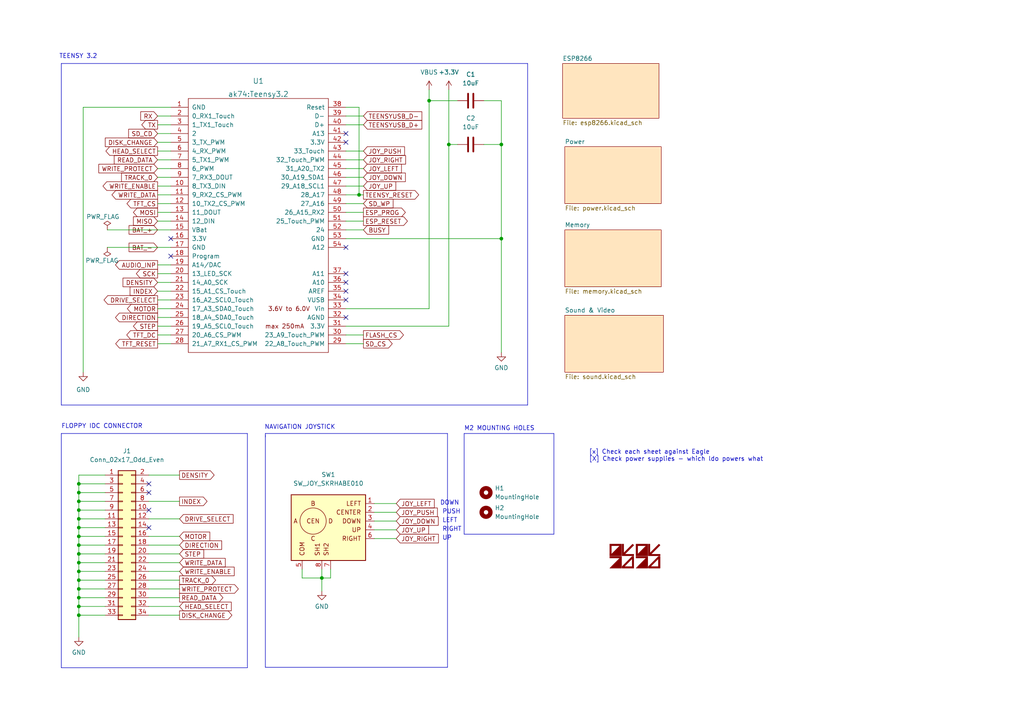
<source format=kicad_sch>
(kicad_sch (version 20230121) (generator eeschema)
  (paper "A4")
  (title_block (title "Top Sheet") (date "2023-02-08") (rev "0.19") (company "AK74"))
  (lib_symbols
    (symbol "Connector_Generic:Conn_02x17_Odd_Even" (pin_names (offset 1.016) hide)
      (property "Reference" "J" (at 1.27 22.86 0))
      (property "Value" "Conn_02x17_Odd_Even" (at 1.27 -22.86 0))
      (symbol "Conn_02x17_Odd_Even_1_1"
        (rectangle (start -1.27 -20.193) (end 0 -20.447) (stroke (width 0.1524)))
        (rectangle (start -1.27 -17.653) (end 0 -17.907) (stroke (width 0.1524)))
        (rectangle (start -1.27 -15.113) (end 0 -15.367) (stroke (width 0.1524)))
        (rectangle (start -1.27 -12.573) (end 0 -12.827) (stroke (width 0.1524)))
        (rectangle (start -1.27 -10.033) (end 0 -10.287) (stroke (width 0.1524)))
        (rectangle (start -1.27 -7.493) (end 0 -7.747) (stroke (width 0.1524)))
        (rectangle (start -1.27 -4.953) (end 0 -5.207) (stroke (width 0.1524)))
        (rectangle (start -1.27 -2.413) (end 0 -2.667) (stroke (width 0.1524)))
        (rectangle (start -1.27 0.127) (end 0 -0.127) (stroke (width 0.1524)))
        (rectangle (start -1.27 2.667) (end 0 2.413) (stroke (width 0.1524)))
        (rectangle (start -1.27 5.207) (end 0 4.953) (stroke (width 0.1524)))
        (rectangle (start -1.27 7.747) (end 0 7.493) (stroke (width 0.1524)))
        (rectangle (start -1.27 10.287) (end 0 10.033) (stroke (width 0.1524)))
        (rectangle (start -1.27 12.827) (end 0 12.573) (stroke (width 0.1524)))
        (rectangle (start -1.27 15.367) (end 0 15.113) (stroke (width 0.1524)))
        (rectangle (start -1.27 17.907) (end 0 17.653) (stroke (width 0.1524)))
        (rectangle (start -1.27 20.447) (end 0 20.193) (stroke (width 0.1524)))
        (rectangle (start -1.27 21.59) (end 3.81 -21.59) (stroke (width 0.254)) (fill (type background)))
        (rectangle (start 3.81 -20.193) (end 2.54 -20.447) (stroke (width 0.1524)))
        (rectangle (start 3.81 -17.653) (end 2.54 -17.907) (stroke (width 0.1524)))
        (rectangle (start 3.81 -15.113) (end 2.54 -15.367) (stroke (width 0.1524)))
        (rectangle (start 3.81 -12.573) (end 2.54 -12.827) (stroke (width 0.1524)))
        (rectangle (start 3.81 -10.033) (end 2.54 -10.287) (stroke (width 0.1524)))
        (rectangle (start 3.81 -7.493) (end 2.54 -7.747) (stroke (width 0.1524)))
        (rectangle (start 3.81 -4.953) (end 2.54 -5.207) (stroke (width 0.1524)))
        (rectangle (start 3.81 -2.413) (end 2.54 -2.667) (stroke (width 0.1524)))
        (rectangle (start 3.81 0.127) (end 2.54 -0.127) (stroke (width 0.1524)))
        (rectangle (start 3.81 2.667) (end 2.54 2.413) (stroke (width 0.1524)))
        (rectangle (start 3.81 5.207) (end 2.54 4.953) (stroke (width 0.1524)))
        (rectangle (start 3.81 7.747) (end 2.54 7.493) (stroke (width 0.1524)))
        (rectangle (start 3.81 10.287) (end 2.54 10.033) (stroke (width 0.1524)))
        (rectangle (start 3.81 12.827) (end 2.54 12.573) (stroke (width 0.1524)))
        (rectangle (start 3.81 15.367) (end 2.54 15.113) (stroke (width 0.1524)))
        (rectangle (start 3.81 17.907) (end 2.54 17.653) (stroke (width 0.1524)))
        (rectangle (start 3.81 20.447) (end 2.54 20.193) (stroke (width 0.1524)))
        (pin passive line (at -5.08 20.32 0) (length 3.81) (name "Pin_1") (number "1"))
        (pin passive line (at 7.62 10.16 180) (length 3.81) (name "Pin_10") (number "10"))
        (pin passive line (at -5.08 7.62 0) (length 3.81) (name "Pin_11") (number "11"))
        (pin passive line (at 7.62 7.62 180) (length 3.81) (name "Pin_12") (number "12"))
        (pin passive line (at -5.08 5.08 0) (length 3.81) (name "Pin_13") (number "13"))
        (pin passive line (at 7.62 5.08 180) (length 3.81) (name "Pin_14") (number "14"))
        (pin passive line (at -5.08 2.54 0) (length 3.81) (name "Pin_15") (number "15"))
        (pin passive line (at 7.62 2.54 180) (length 3.81) (name "Pin_16") (number "16"))
        (pin passive line (at -5.08 0 0) (length 3.81) (name "Pin_17") (number "17"))
        (pin passive line (at 7.62 0 180) (length 3.81) (name "Pin_18") (number "18"))
        (pin passive line (at -5.08 -2.54 0) (length 3.81) (name "Pin_19") (number "19"))
        (pin passive line (at 7.62 20.32 180) (length 3.81) (name "Pin_2") (number "2"))
        (pin passive line (at 7.62 -2.54 180) (length 3.81) (name "Pin_20") (number "20"))
        (pin passive line (at -5.08 -5.08 0) (length 3.81) (name "Pin_21") (number "21"))
        (pin passive line (at 7.62 -5.08 180) (length 3.81) (name "Pin_22") (number "22"))
        (pin passive line (at -5.08 -7.62 0) (length 3.81) (name "Pin_23") (number "23"))
        (pin passive line (at 7.62 -7.62 180) (length 3.81) (name "Pin_24") (number "24"))
        (pin passive line (at -5.08 -10.16 0) (length 3.81) (name "Pin_25") (number "25"))
        (pin passive line (at 7.62 -10.16 180) (length 3.81) (name "Pin_26") (number "26"))
        (pin passive line (at -5.08 -12.7 0) (length 3.81) (name "Pin_27") (number "27"))
        (pin passive line (at 7.62 -12.7 180) (length 3.81) (name "Pin_28") (number "28"))
        (pin passive line (at -5.08 -15.24 0) (length 3.81) (name "Pin_29") (number "29"))
        (pin passive line (at -5.08 17.78 0) (length 3.81) (name "Pin_3") (number "3"))
        (pin passive line (at 7.62 -15.24 180) (length 3.81) (name "Pin_30") (number "30"))
        (pin passive line (at -5.08 -17.78 0) (length 3.81) (name "Pin_31") (number "31"))
        (pin passive line (at 7.62 -17.78 180) (length 3.81) (name "Pin_32") (number "32"))
        (pin passive line (at -5.08 -20.32 0) (length 3.81) (name "Pin_33") (number "33"))
        (pin passive line (at 7.62 -20.32 180) (length 3.81) (name "Pin_34") (number "34"))
        (pin passive line (at 7.62 17.78 180) (length 3.81) (name "Pin_4") (number "4"))
        (pin passive line (at -5.08 15.24 0) (length 3.81) (name "Pin_5") (number "5"))
        (pin passive line (at 7.62 15.24 180) (length 3.81) (name "Pin_6") (number "6"))
        (pin passive line (at -5.08 12.7 0) (length 3.81) (name "Pin_7") (number "7"))
        (pin passive line (at 7.62 12.7 180) (length 3.81) (name "Pin_8") (number "8"))
        (pin passive line (at -5.08 10.16 0) (length 3.81) (name "Pin_9") (number "9"))
      )
    )
    (symbol "Device:C" (pin_numbers hide) (pin_names (offset 0.254))
      (property "Reference" "C" (at 0.635 2.54 0))
      (property "Value" "C" (at 0.635 -2.54 0))
      (symbol "C_0_1"
        (polyline (pts (xy -2.032 -0.762) (xy 2.032 -0.762)) (stroke (width 0.508)))
        (polyline (pts (xy -2.032 0.762) (xy 2.032 0.762)) (stroke (width 0.508)))
      )
      (symbol "C_1_1"
        (pin passive line (at 0 3.81 270) (length 2.794) (name "~") (number "1"))
        (pin passive line (at 0 -3.81 90) (length 2.794) (name "~") (number "2"))
      )
    )
    (symbol "Mechanical:MountingHole" (pin_names (offset 1.016))
      (property "Reference" "H" (at 0 5.08 0))
      (property "Value" "MountingHole" (at 0 3.175 0))
      (symbol "MountingHole_0_1"
        (circle (center 0 0) (radius 1.27) (stroke (width 1.27)))
      )
    )
    (symbol "ak74:AK74_LOGO" (pin_names (offset 1.016))
      (symbol "AK74_LOGO_0_0"
        (polyline (pts (xy 3.5006 0.5601) (xy 0.9104 0.5601) (xy 2.2055 1.8555) (xy 3.5007 3.1509) (xy 3.3258 3.3258) (xy 3.1509 3.5006) (xy 0.5601 0.9104) (xy 0.5601 3.5005) (xy 0.084 3.5005) (xy 0.084 0.056) (xy 3.5006 0.056) (xy 3.5006 0.5601)) (stroke (width 0.01)) (fill (type outline)))
        (polyline (pts (xy -0.056 -0.084) (xy -3.5005 -0.084) (xy -3.5005 -0.5601) (xy -0.5625 -0.5601) (xy -1.6891 -1.6873) (xy -1.7919 -1.7901) (xy -2.0119 -2.0106) (xy -2.2278 -2.227) (xy -2.4343 -2.4344) (xy -2.6265 -2.6277) (xy -2.7993 -2.8017) (xy -2.9476 -2.9514) (xy -3.0664 -3.0717) (xy -3.1507 -3.1575) (xy -3.4857 -3.5006) (xy -0.056 -3.5006) (xy -0.056 -0.084)) (stroke (width 0.01)) (fill (type outline)))
        (polyline (pts (xy -0.056 3.5005) (xy -3.5005 3.5005) (xy -3.5005 0.5765) (xy -2.9965 0.5765) (xy -2.9965 2.9965) (xy -1.7923 2.9965) (xy -1.6334 2.9964) (xy -1.3904 2.9961) (xy -1.1691 2.9955) (xy -0.9752 2.9946) (xy -0.8145 2.9935) (xy -0.6926 2.9923) (xy -0.6153 2.9909) (xy -0.5883 2.9895) (xy -0.5884 2.9893) (xy -0.6098 2.9668) (xy -0.6672 2.9083) (xy -0.7573 2.8172) (xy -0.8766 2.6971) (xy -1.0217 2.5512) (xy -1.1893 2.3831) (xy -1.3759 2.1962) (xy -1.5781 1.9938) (xy -1.7925 1.7795) (xy -2.9965 0.5765) (xy -3.5005 0.5765) (xy -3.5005 0.056) (xy -0.056 0.056) (xy -0.056 3.5005)) (stroke (width 0.01)) (fill (type outline)))
        (polyline (pts (xy 3.5006 -0.084) (xy 3.0103 -0.084) (xy 1.5471 -1.5473) (xy 0.0887 -3.006) (xy 0.7841 -3.006) (xy 0.793 -2.9948) (xy 0.8371 -2.9474) (xy 0.9148 -2.8666) (xy 1.0228 -2.7559) (xy 1.1573 -2.619) (xy 1.3149 -2.4595) (xy 1.4919 -2.2809) (xy 1.6849 -2.087) (xy 1.8903 -1.8813) (xy 2.9965 -0.7751) (xy 2.9965 -3.0245) (xy 1.8903 -3.0245) (xy 1.8153 -3.0244) (xy 1.5775 -3.0237) (xy 1.36 -3.0222) (xy 1.1686 -3.02) (xy 1.0093 -3.0171) (xy 0.8882 -3.0138) (xy 0.8111 -3.01) (xy 0.7841 -3.006) (xy 0.0887 -3.006) (xy 0.084 -3.0107) (xy 0.084 -3.5006) (xy 3.5006 -3.5006) (xy 3.5006 -0.084)) (stroke (width 0.01)) (fill (type outline)))
      )
    )
    (symbol "ak74:SW_JOY_SKRHABE010" (pin_names hide)
      (property "Reference" "SW1" (at -0.635 16.002 0))
      (property "Value" "SW_JOY_SKRHABE010" (at -0.635 13.462 0))
      (symbol "SW_JOY_SKRHABE010_0_0"
        (rectangle (start -11.43 10.16) (end 10.16 -8.89) (stroke (width 0.254)) (fill (type background)))
        (text "A" (at -10.16 2.54 0) (effects (font (size 1.27 1.27))))
        (text "B" (at -5.08 7.62 0) (effects (font (size 1.27 1.27))))
        (text "C" (at -5.08 -2.54 0) (effects (font (size 1.27 1.27))))
        (text "CEN" (at -5.08 2.54 0) (effects (font (size 1.27 1.27))))
        (text "CENTER" (at 8.89 5.08 0) (effects (font (size 1.27 1.27)) (justify right)))
        (text "COM" (at -8.255 -7.62 900) (effects (font (size 1.27 1.27)) (justify left)))
        (text "D" (at 0 2.54 0) (effects (font (size 1.27 1.27))))
        (text "DOWN" (at 8.89 2.54 0) (effects (font (size 1.27 1.27)) (justify right)))
        (text "LEFT" (at 8.89 7.62 0) (effects (font (size 1.27 1.27)) (justify right)))
        (text "RIGHT" (at 8.89 -2.54 0) (effects (font (size 1.27 1.27)) (justify right)))
        (text "SH1" (at -3.81 -7.62 900) (effects (font (size 1.27 1.27)) (justify left)))
        (text "SH2" (at -1.27 -7.62 900) (effects (font (size 1.27 1.27)) (justify left)))
        (text "UP" (at 8.89 0 0) (effects (font (size 1.27 1.27)) (justify right)))
      )
      (symbol "SW_JOY_SKRHABE010_0_1"
        (circle (center -5.08 2.54) (radius 3.81))
      )
      (symbol "SW_JOY_SKRHABE010_1_1"
        (pin passive line (at 12.7 7.62 180) (length 2.54) (name "A") (number "1"))
        (pin passive line (at 12.7 5.08 180) (length 2.54) (name "Center") (number "2"))
        (pin passive line (at 12.7 2.54 180) (length 2.54) (name "C") (number "3"))
        (pin passive line (at 12.7 0 180) (length 2.54) (name "B") (number "4"))
        (pin passive line (at -8.255 -11.43 90) (length 2.54) (name "COM") (number "5"))
        (pin passive line (at 12.7 -2.54 180) (length 2.54) (name "D") (number "6"))
        (pin passive line (at 0 -11.43 90) (length 2.54) (name "SH2") (number "7"))
        (pin passive line (at -2.54 -11.43 90) (length 2.54) (name "SH1") (number "8"))
      )
    )
    (symbol "ak74:Teensy3.2" (pin_names (offset 1.016))
      (property "Reference" "U1" (at 0 41.91 0))
      (property "Value" "Teensy3.2" (at 0 38.1 0))
      (symbol "Teensy3.2_0_0"
        (text "3.6V to 6.0V" (at 8.89 -24.13 0) (effects (font (size 1.27 1.27))))
        (text "max 250mA" (at 7.62 -29.21 0) (effects (font (size 1.27 1.27))))
      )
      (symbol "Teensy3.2_0_1"
        (rectangle (start -20.32 -36.83) (end 20.32 36.83))
      )
      (symbol "Teensy3.2_1_1"
        (pin power_in line (at -25.4 34.29 0) (length 5.08) (name "GND") (number "1"))
        (pin bidirectional line (at -25.4 11.43 0) (length 5.08) (name "8_TX3_DIN") (number "10"))
        (pin bidirectional line (at -25.4 8.89 0) (length 5.08) (name "9_RX2_CS_PWM") (number "11"))
        (pin bidirectional line (at -25.4 6.35 0) (length 5.08) (name "10_TX2_CS_PWM") (number "12"))
        (pin bidirectional line (at -25.4 3.81 0) (length 5.08) (name "11_DOUT") (number "13"))
        (pin bidirectional line (at -25.4 1.27 0) (length 5.08) (name "12_DIN") (number "14"))
        (pin power_in line (at -25.4 -1.27 0) (length 5.08) (name "VBat") (number "15"))
        (pin power_out line (at -25.4 -3.81 0) (length 5.08) (name "3.3V") (number "16"))
        (pin power_in line (at -25.4 -6.35 0) (length 5.08) (name "GND") (number "17"))
        (pin input line (at -25.4 -8.89 0) (length 5.08) (name "Program") (number "18"))
        (pin bidirectional line (at -25.4 -11.43 0) (length 5.08) (name "A14/DAC") (number "19"))
        (pin bidirectional line (at -25.4 31.75 0) (length 5.08) (name "0_RX1_Touch") (number "2"))
        (pin bidirectional line (at -25.4 -13.97 0) (length 5.08) (name "13_LED_SCK") (number "20"))
        (pin bidirectional line (at -25.4 -16.51 0) (length 5.08) (name "14_A0_SCK") (number "21"))
        (pin bidirectional line (at -25.4 -19.05 0) (length 5.08) (name "15_A1_CS_Touch") (number "22"))
        (pin bidirectional line (at -25.4 -21.59 0) (length 5.08) (name "16_A2_SCL0_Touch") (number "23"))
        (pin bidirectional line (at -25.4 -24.13 0) (length 5.08) (name "17_A3_SDA0_Touch") (number "24"))
        (pin bidirectional line (at -25.4 -26.67 0) (length 5.08) (name "18_A4_SDA0_Touch") (number "25"))
        (pin bidirectional line (at -25.4 -29.21 0) (length 5.08) (name "19_A5_SCL0_Touch") (number "26"))
        (pin bidirectional line (at -25.4 -31.75 0) (length 5.08) (name "20_A6_CS_PWM") (number "27"))
        (pin bidirectional line (at -25.4 -34.29 0) (length 5.08) (name "21_A7_RX1_CS_PWM") (number "28"))
        (pin bidirectional line (at 25.4 -34.29 180) (length 5.08) (name "22_A8_Touch_PWM") (number "29"))
        (pin bidirectional line (at -25.4 29.21 0) (length 5.08) (name "1_TX1_Touch") (number "3"))
        (pin bidirectional line (at 25.4 -31.75 180) (length 5.08) (name "23_A9_Touch_PWM") (number "30"))
        (pin power_out line (at 25.4 -29.21 180) (length 5.08) (name "3.3V") (number "31"))
        (pin power_out line (at 25.4 -26.67 180) (length 5.08) (name "AGND") (number "32"))
        (pin power_in line (at 25.4 -24.13 180) (length 5.08) (name "Vin") (number "33"))
        (pin power_in line (at 25.4 -21.59 180) (length 5.08) (name "VUSB") (number "34"))
        (pin input line (at 25.4 -19.05 180) (length 5.08) (name "AREF") (number "35"))
        (pin bidirectional line (at 25.4 -16.51 180) (length 5.08) (name "A10") (number "36"))
        (pin bidirectional line (at 25.4 -13.97 180) (length 5.08) (name "A11") (number "37"))
        (pin input line (at 25.4 34.29 180) (length 5.08) (name "Reset") (number "38"))
        (pin bidirectional line (at 25.4 31.75 180) (length 5.08) (name "D-") (number "39"))
        (pin bidirectional line (at -25.4 26.67 0) (length 5.08) (name "2") (number "4"))
        (pin bidirectional line (at 25.4 29.21 180) (length 5.08) (name "D+") (number "40"))
        (pin bidirectional line (at 25.4 26.67 180) (length 5.08) (name "A13") (number "41"))
        (pin power_out line (at 25.4 24.13 180) (length 5.08) (name "3.3V") (number "42"))
        (pin bidirectional line (at 25.4 21.59 180) (length 5.08) (name "33_Touch") (number "43"))
        (pin bidirectional line (at 25.4 19.05 180) (length 5.08) (name "32_Touch_PWM") (number "44"))
        (pin bidirectional line (at 25.4 16.51 180) (length 5.08) (name "31_A20_TX2") (number "45"))
        (pin bidirectional line (at 25.4 13.97 180) (length 5.08) (name "30_A19_SDA1") (number "46"))
        (pin bidirectional line (at 25.4 11.43 180) (length 5.08) (name "29_A18_SCL1") (number "47"))
        (pin bidirectional line (at 25.4 8.89 180) (length 5.08) (name "28_A17") (number "48"))
        (pin bidirectional line (at 25.4 6.35 180) (length 5.08) (name "27_A16") (number "49"))
        (pin bidirectional line (at -25.4 24.13 0) (length 5.08) (name "3_TX_PWM") (number "5"))
        (pin bidirectional line (at 25.4 3.81 180) (length 5.08) (name "26_A15_RX2") (number "50"))
        (pin bidirectional line (at 25.4 1.27 180) (length 5.08) (name "25_Touch_PWM") (number "51"))
        (pin bidirectional line (at 25.4 -1.27 180) (length 5.08) (name "24") (number "52"))
        (pin power_in line (at 25.4 -3.81 180) (length 5.08) (name "GND") (number "53"))
        (pin bidirectional line (at 25.4 -6.35 180) (length 5.08) (name "A12") (number "54"))
        (pin bidirectional line (at -25.4 21.59 0) (length 5.08) (name "4_RX_PWM") (number "6"))
        (pin bidirectional line (at -25.4 19.05 0) (length 5.08) (name "5_TX1_PWM") (number "7"))
        (pin bidirectional line (at -25.4 16.51 0) (length 5.08) (name "6_PWM") (number "8"))
        (pin bidirectional line (at -25.4 13.97 0) (length 5.08) (name "7_RX3_DOUT") (number "9"))
      )
    )
    (symbol "power:+3.3V" (power) (pin_names (offset 0))
      (property "Value" "+3.3V" (at 0 3.556 0))
      (symbol "+3.3V_0_1"
        (polyline (pts (xy -0.762 1.27) (xy 0 2.54)))
        (polyline (pts (xy 0 0) (xy 0 2.54)))
        (polyline (pts (xy 0 2.54) (xy 0.762 1.27)))
      )
      (symbol "+3.3V_1_1"
        (pin power_in line (at 0 0 90) (length 0) hide (name "+3.3V") (number "1"))
      )
    )
    (symbol "power:GND" (power) (pin_names (offset 0))
      (property "Value" "GND" (at 0 -3.81 0))
      (symbol "GND_0_1"
        (polyline (pts (xy 0 0) (xy 0 -1.27) (xy 1.27 -1.27) (xy 0 -2.54) (xy -1.27 -1.27) (xy 0 -1.27)))
      )
      (symbol "GND_1_1"
        (pin power_in line (at 0 0 270) (length 0) hide (name "GND") (number "1"))
      )
    )
    (symbol "power:PWR_FLAG" (power) (pin_numbers hide) (pin_names (offset 0) hide)
      (property "Value" "PWR_FLAG" (at 0 3.81 0))
      (symbol "PWR_FLAG_0_0"
        (pin power_out line (at 0 0 90) (length 0) (name "pwr") (number "1"))
      )
      (symbol "PWR_FLAG_0_1"
        (polyline (pts (xy 0 0) (xy 0 1.27) (xy -1.016 1.905) (xy 0 2.54) (xy 1.016 1.905) (xy 0 1.27)))
      )
    )
    (symbol "power:VBUS" (power) (pin_names (offset 0))
      (property "Value" "VBUS" (at 0 3.81 0))
      (symbol "VBUS_0_1"
        (polyline (pts (xy -0.762 1.27) (xy 0 2.54)))
        (polyline (pts (xy 0 0) (xy 0 2.54)))
        (polyline (pts (xy 0 2.54) (xy 0.762 1.27)))
      )
      (symbol "VBUS_1_1"
        (pin power_in line (at 0 0 90) (length 0) hide (name "VBUS") (number "1"))
      )
    )
  )
  (junction (at 22.86 150.495))
  (junction (at 22.86 140.335))
  (junction (at 124.46 29.21))
  (junction (at 93.345 167.64))
  (junction (at 22.86 168.275))
  (junction (at 22.86 155.575))
  (junction (at 104.14 56.515))
  (junction (at 22.86 153.035))
  (junction (at 22.86 142.875))
  (junction (at 130.175 41.91))
  (junction (at 22.86 165.735))
  (junction (at 22.86 175.895))
  (junction (at 22.86 145.415))
  (junction (at 22.86 173.355))
  (junction (at 22.86 158.115))
  (junction (at 22.86 160.655))
  (junction (at 22.86 178.435))
  (junction (at 145.415 69.215))
  (junction (at 22.86 170.815))
  (junction (at 22.86 163.195))
  (junction (at 145.415 41.91))
  (junction (at 22.86 147.955))
  (no_connect (at 100.33 71.755))
  (no_connect (at 100.33 92.075))
  (no_connect (at 100.33 86.995))
  (no_connect (at 43.18 142.875))
  (no_connect (at 49.53 74.295))
  (no_connect (at 100.33 38.735))
  (no_connect (at 100.33 81.915))
  (no_connect (at 100.33 79.375))
  (no_connect (at 43.18 147.955))
  (no_connect (at 43.18 140.335))
  (no_connect (at 100.33 84.455))
  (no_connect (at 49.53 69.215))
  (no_connect (at 100.33 41.275))
  (no_connect (at 43.18 153.035))
  (wire (pts (xy 130.175 26.035) (xy 130.175 41.91)))
  (wire (pts (xy 45.72 84.455) (xy 49.53 84.455)))
  (wire (pts (xy 22.86 160.655) (xy 22.86 163.195)))
  (wire (pts (xy 43.18 170.815) (xy 52.07 170.815)))
  (polyline (pts (xy 76.962 125.73) (xy 76.962 126.746)))
  (wire (pts (xy 22.86 170.815) (xy 30.48 170.815)))
  (wire (pts (xy 31.115 71.755) (xy 49.53 71.755)))
  (wire (pts (xy 22.86 153.035) (xy 30.48 153.035)))
  (wire (pts (xy 45.72 51.435) (xy 49.53 51.435)))
  (wire (pts (xy 22.86 147.955) (xy 30.48 147.955)))
  (wire (pts (xy 22.86 158.115) (xy 30.48 158.115)))
  (wire (pts (xy 49.53 31.115) (xy 24.13 31.115)))
  (wire (pts (xy 100.33 97.155) (xy 105.41 97.155)))
  (polyline (pts (xy 129.794 125.73) (xy 76.962 125.73)))
  (wire (pts (xy 45.72 94.615) (xy 49.53 94.615)))
  (wire (pts (xy 45.72 33.655) (xy 49.53 33.655)))
  (polyline (pts (xy 134.62 125.73) (xy 160.655 125.73)))
  (wire (pts (xy 45.72 76.835) (xy 49.53 76.835)))
  (wire (pts (xy 43.18 165.735) (xy 52.07 165.735)))
  (wire (pts (xy 100.33 64.135) (xy 105.41 64.135)))
  (wire (pts (xy 45.72 89.535) (xy 49.53 89.535)))
  (wire (pts (xy 43.18 155.575) (xy 52.07 155.575)))
  (wire (pts (xy 31.115 66.675) (xy 49.53 66.675)))
  (wire (pts (xy 22.86 175.895) (xy 22.86 178.435)))
  (wire (pts (xy 22.86 165.735) (xy 30.48 165.735)))
  (wire (pts (xy 45.72 79.375) (xy 49.53 79.375)))
  (polyline (pts (xy 129.794 193.548) (xy 129.794 125.73)))
  (wire (pts (xy 100.33 43.815) (xy 105.41 43.815)))
  (wire (pts (xy 43.18 163.195) (xy 52.07 163.195)))
  (wire (pts (xy 45.72 97.155) (xy 49.53 97.155)))
  (wire (pts (xy 100.33 33.655) (xy 105.41 33.655)))
  (wire (pts (xy 43.18 145.415) (xy 52.07 145.415)))
  (wire (pts (xy 45.72 41.275) (xy 49.53 41.275)))
  (wire (pts (xy 22.86 140.335) (xy 30.48 140.335)))
  (wire (pts (xy 45.72 38.735) (xy 49.53 38.735)))
  (wire (pts (xy 43.18 175.895) (xy 52.07 175.895)))
  (wire (pts (xy 145.415 69.215) (xy 145.415 102.235)))
  (wire (pts (xy 108.585 146.05) (xy 114.935 146.05)))
  (wire (pts (xy 100.33 48.895) (xy 105.41 48.895)))
  (wire (pts (xy 45.72 43.815) (xy 49.53 43.815)))
  (wire (pts (xy 22.86 153.035) (xy 22.86 150.495)))
  (wire (pts (xy 45.72 61.595) (xy 49.53 61.595)))
  (wire (pts (xy 22.86 178.435) (xy 22.86 184.785)))
  (wire (pts (xy 22.86 147.955) (xy 22.86 145.415)))
  (wire (pts (xy 95.885 165.1) (xy 95.885 167.64)))
  (polyline (pts (xy 76.962 126.238) (xy 76.962 193.548)))
  (wire (pts (xy 100.33 36.195) (xy 105.41 36.195)))
  (polyline (pts (xy 17.78 18.415) (xy 17.78 117.475)))
  (wire (pts (xy 22.86 173.355) (xy 22.86 175.895)))
  (polyline (pts (xy 160.655 154.94) (xy 160.655 125.73)))
  (wire (pts (xy 22.86 163.195) (xy 22.86 165.735)))
  (wire (pts (xy 104.14 56.515) (xy 104.14 31.115)))
  (wire (pts (xy 45.72 56.515) (xy 49.53 56.515)))
  (wire (pts (xy 145.415 69.215) (xy 145.415 41.91)))
  (wire (pts (xy 22.86 145.415) (xy 22.86 142.875)))
  (wire (pts (xy 43.18 160.655) (xy 52.07 160.655)))
  (wire (pts (xy 100.33 56.515) (xy 104.14 56.515)))
  (wire (pts (xy 24.13 31.115) (xy 24.13 107.95)))
  (wire (pts (xy 100.33 46.355) (xy 105.41 46.355)))
  (wire (pts (xy 22.86 140.335) (xy 22.86 137.795)))
  (wire (pts (xy 100.33 69.215) (xy 145.415 69.215)))
  (wire (pts (xy 43.18 173.355) (xy 52.07 173.355)))
  (polyline (pts (xy 134.62 125.73) (xy 134.62 154.94)))
  (wire (pts (xy 104.14 31.115) (xy 100.33 31.115)))
  (wire (pts (xy 22.86 158.115) (xy 22.86 155.575)))
  (polyline (pts (xy 17.78 117.475) (xy 153.035 117.475)))
  (wire (pts (xy 45.72 59.055) (xy 49.53 59.055)))
  (wire (pts (xy 22.86 170.815) (xy 22.86 173.355)))
  (wire (pts (xy 104.14 56.515) (xy 105.41 56.515)))
  (polyline (pts (xy 134.62 154.94) (xy 160.655 154.94)))
  (wire (pts (xy 108.585 153.67) (xy 114.935 153.67)))
  (wire (pts (xy 22.86 142.875) (xy 22.86 140.335)))
  (wire (pts (xy 100.33 59.055) (xy 105.41 59.055)))
  (wire (pts (xy 45.72 92.075) (xy 49.53 92.075)))
  (wire (pts (xy 145.415 41.91) (xy 145.415 29.21)))
  (wire (pts (xy 100.33 66.675) (xy 105.41 66.675)))
  (polyline (pts (xy 17.78 193.675) (xy 17.78 125.73)))
  (wire (pts (xy 100.33 61.595) (xy 105.41 61.595)))
  (wire (pts (xy 100.33 53.975) (xy 105.41 53.975)))
  (wire (pts (xy 45.72 86.995) (xy 49.53 86.995)))
  (wire (pts (xy 45.72 46.355) (xy 49.53 46.355)))
  (wire (pts (xy 43.18 150.495) (xy 52.07 150.495)))
  (wire (pts (xy 43.18 178.435) (xy 52.07 178.435)))
  (polyline (pts (xy 153.035 18.415) (xy 17.78 18.415)))
  (wire (pts (xy 22.86 155.575) (xy 22.86 153.035)))
  (wire (pts (xy 45.72 36.195) (xy 49.53 36.195)))
  (wire (pts (xy 145.415 29.21) (xy 140.335 29.21)))
  (wire (pts (xy 22.86 175.895) (xy 30.48 175.895)))
  (wire (pts (xy 22.86 142.875) (xy 30.48 142.875)))
  (wire (pts (xy 22.86 160.655) (xy 22.86 158.115)))
  (wire (pts (xy 22.86 165.735) (xy 22.86 168.275)))
  (wire (pts (xy 45.72 53.975) (xy 49.53 53.975)))
  (wire (pts (xy 108.585 156.21) (xy 114.935 156.21)))
  (wire (pts (xy 140.335 41.91) (xy 145.415 41.91)))
  (wire (pts (xy 22.86 168.275) (xy 22.86 170.815)))
  (wire (pts (xy 45.72 48.895) (xy 49.53 48.895)))
  (wire (pts (xy 93.345 167.64) (xy 93.345 171.45)))
  (wire (pts (xy 130.175 41.91) (xy 130.175 94.615)))
  (wire (pts (xy 43.18 137.795) (xy 52.07 137.795)))
  (polyline (pts (xy 71.755 125.73) (xy 71.755 193.675)))
  (wire (pts (xy 100.33 51.435) (xy 105.41 51.435)))
  (wire (pts (xy 45.72 81.915) (xy 49.53 81.915)))
  (wire (pts (xy 22.86 137.795) (xy 30.48 137.795)))
  (wire (pts (xy 124.46 29.21) (xy 124.46 26.035)))
  (wire (pts (xy 87.63 165.1) (xy 87.63 167.64)))
  (wire (pts (xy 22.86 155.575) (xy 30.48 155.575)))
  (wire (pts (xy 22.86 178.435) (xy 30.48 178.435)))
  (wire (pts (xy 45.72 99.695) (xy 49.53 99.695)))
  (wire (pts (xy 100.33 89.535) (xy 124.46 89.535)))
  (polyline (pts (xy 76.962 193.548) (xy 129.794 193.548)))
  (wire (pts (xy 108.585 148.59) (xy 114.935 148.59)))
  (wire (pts (xy 95.885 167.64) (xy 93.345 167.64)))
  (wire (pts (xy 22.86 145.415) (xy 30.48 145.415)))
  (wire (pts (xy 100.33 94.615) (xy 130.175 94.615)))
  (wire (pts (xy 22.86 160.655) (xy 30.48 160.655)))
  (wire (pts (xy 132.715 41.91) (xy 130.175 41.91)))
  (polyline (pts (xy 153.035 117.475) (xy 153.035 18.415)))
  (wire (pts (xy 100.33 99.695) (xy 105.41 99.695)))
  (wire (pts (xy 30.48 163.195) (xy 22.86 163.195)))
  (polyline (pts (xy 17.78 125.73) (xy 71.755 125.73)))
  (wire (pts (xy 108.585 151.13) (xy 114.935 151.13)))
  (wire (pts (xy 22.86 173.355) (xy 30.48 173.355)))
  (wire (pts (xy 43.18 158.115) (xy 52.07 158.115)))
  (wire (pts (xy 124.46 29.21) (xy 124.46 89.535)))
  (wire (pts (xy 124.46 29.21) (xy 132.715 29.21)))
  (wire (pts (xy 45.72 64.135) (xy 49.53 64.135)))
  (wire (pts (xy 87.63 167.64) (xy 93.345 167.64)))
  (wire (pts (xy 43.18 168.275) (xy 52.07 168.275)))
  (wire (pts (xy 22.86 150.495) (xy 30.48 150.495)))
  (wire (pts (xy 22.86 150.495) (xy 22.86 147.955)))
  (wire (pts (xy 93.345 165.1) (xy 93.345 167.64)))
  (polyline (pts (xy 17.78 193.675) (xy 71.755 193.675)))
  (wire (pts (xy 22.86 168.275) (xy 30.48 168.275)))
  (text "DOWN" (at 127.635 146.685 0) (effects (font (size 1.27 1.27)) (justify left bottom)))
  (text "NAVIGATION JOYSTICK" (at 76.708 124.714 0) (effects (font (size 1.27 1.27)) (justify left bottom)))
  (text "TEENSY 3.2" (at 17.145 17.145 0) (effects (font (size 1.27 1.27)) (justify left bottom)))
  (text "[x] Check each sheet against Eagle\n[X] Check power supplies - which ldo powers what" (at 170.815 133.985 0) (effects (font (size 1.27 1.27)) (justify left bottom)))
  (text "M2 MOUNTING HOLES" (at 134.62 125.095 0) (effects (font (size 1.27 1.27)) (justify left bottom)))
  (text "FLOPPY IDC CONNECTOR" (at 17.78 124.46 0) (effects (font (size 1.27 1.27)) (justify left bottom)))
  (text "LEFT" (at 128.27 151.765 0) (effects (font (size 1.27 1.27)) (justify left bottom)))
  (text "RIGHT" (at 128.27 154.305 0) (effects (font (size 1.27 1.27)) (justify left bottom)))
  (text "UP" (at 128.27 156.845 0) (effects (font (size 1.27 1.27)) (justify left bottom)))
  (text "PUSH" (at 128.27 149.225 0) (effects (font (size 1.27 1.27)) (justify left bottom)))
  (global_label "WRITE_PROTECT" (shape input) (at 45.72 48.895 180) (property "Intersheetrefs" "${INTERSHEET_REFS}" (effects hide)))
  (global_label "DIRECTION" (shape input) (at 52.07 158.115 0) (property "Intersheetrefs" "${INTERSHEET_REFS}" (effects hide)))
  (global_label "WRITE_DATA" (shape output) (at 45.72 56.515 180) (property "Intersheetrefs" "${INTERSHEET_REFS}" (effects hide)))
  (global_label "WRITE_ENABLE" (shape output) (at 45.72 53.975 180) (property "Intersheetrefs" "${INTERSHEET_REFS}" (effects hide)))
  (global_label "BUSY" (shape input) (at 105.41 66.675 0) (property "Intersheetrefs" "${INTERSHEET_REFS}" (effects hide)))
  (global_label "DRIVE_SELECT" (shape input) (at 52.07 150.495 0) (property "Intersheetrefs" "${INTERSHEET_REFS}" (effects hide)))
  (global_label "SD_WP" (shape input) (at 105.41 59.055 0) (property "Intersheetrefs" "${INTERSHEET_REFS}" (effects hide)))
  (global_label "RX" (shape input) (at 45.72 33.655 180) (property "Intersheetrefs" "${INTERSHEET_REFS}" (effects hide)))
  (global_label "STEP" (shape output) (at 45.72 94.615 180) (property "Intersheetrefs" "${INTERSHEET_REFS}" (effects hide)))
  (global_label "TFT_CS" (shape output) (at 45.72 59.055 180) (property "Intersheetrefs" "${INTERSHEET_REFS}" (effects hide)))
  (global_label "JOY_LEFT" (shape input) (at 105.41 48.895 0) (property "Intersheetrefs" "${INTERSHEET_REFS}" (effects hide)))
  (global_label "WRITE_ENABLE" (shape input) (at 52.07 165.735 0) (property "Intersheetrefs" "${INTERSHEET_REFS}" (effects hide)))
  (global_label "JOY_PUSH" (shape input) (at 114.935 148.59 0) (property "Intersheetrefs" "${INTERSHEET_REFS}" (effects hide)))
  (global_label "FLASH_CS" (shape output) (at 105.41 97.155 0) (property "Intersheetrefs" "${INTERSHEET_REFS}" (effects hide)))
  (global_label "TX" (shape output) (at 45.72 36.195 180) (property "Intersheetrefs" "${INTERSHEET_REFS}" (effects hide)))
  (global_label "DENSITY" (shape input) (at 45.72 81.915 180) (property "Intersheetrefs" "${INTERSHEET_REFS}" (effects hide)))
  (global_label "JOY_DOWN" (shape input) (at 105.41 51.435 0) (property "Intersheetrefs" "${INTERSHEET_REFS}" (effects hide)))
  (global_label "TRACK_0" (shape input) (at 45.72 51.435 180) (property "Intersheetrefs" "${INTERSHEET_REFS}" (effects hide)))
  (global_label "DISK_CHANGE" (shape output) (at 52.07 178.435 0) (property "Intersheetrefs" "${INTERSHEET_REFS}" (effects hide)))
  (global_label "BAT_-" (shape input) (at 45.72 71.755 180) (property "Intersheetrefs" "${INTERSHEET_REFS}" (effects hide)))
  (global_label "SCK" (shape output) (at 45.72 79.375 180) (property "Intersheetrefs" "${INTERSHEET_REFS}" (effects hide)))
  (global_label "MOSI" (shape output) (at 45.72 61.595 180) (property "Intersheetrefs" "${INTERSHEET_REFS}" (effects hide)))
  (global_label "JOY_UP" (shape input) (at 114.935 153.67 0) (property "Intersheetrefs" "${INTERSHEET_REFS}" (effects hide)))
  (global_label "WRITE_PROTECT" (shape output) (at 52.07 170.815 0) (property "Intersheetrefs" "${INTERSHEET_REFS}" (effects hide)))
  (global_label "SD_CD" (shape input) (at 45.72 38.735 180) (property "Intersheetrefs" "${INTERSHEET_REFS}" (effects hide)))
  (global_label "STEP" (shape input) (at 52.07 160.655 0) (property "Intersheetrefs" "${INTERSHEET_REFS}" (effects hide)))
  (global_label "TFT_RESET" (shape output) (at 45.72 99.695 180) (property "Intersheetrefs" "${INTERSHEET_REFS}" (effects hide)))
  (global_label "AUDIO_INP" (shape output) (at 45.72 76.835 180) (property "Intersheetrefs" "${INTERSHEET_REFS}" (effects hide)))
  (global_label "READ_DATA" (shape output) (at 52.07 173.355 0) (property "Intersheetrefs" "${INTERSHEET_REFS}" (effects hide)))
  (global_label "JOY_LEFT" (shape input) (at 114.935 146.05 0) (property "Intersheetrefs" "${INTERSHEET_REFS}" (effects hide)))
  (global_label "TFT_DC" (shape output) (at 45.72 97.155 180) (property "Intersheetrefs" "${INTERSHEET_REFS}" (effects hide)))
  (global_label "WRITE_DATA" (shape input) (at 52.07 163.195 0) (property "Intersheetrefs" "${INTERSHEET_REFS}" (effects hide)))
  (global_label "ESP_PROG" (shape output) (at 105.41 61.595 0) (property "Intersheetrefs" "${INTERSHEET_REFS}" (effects hide)))
  (global_label "SD_CS" (shape output) (at 105.41 99.695 0) (property "Intersheetrefs" "${INTERSHEET_REFS}" (effects hide)))
  (global_label "DIRECTION" (shape output) (at 45.72 92.075 180) (property "Intersheetrefs" "${INTERSHEET_REFS}" (effects hide)))
  (global_label "TRACK_0" (shape output) (at 52.07 168.275 0) (property "Intersheetrefs" "${INTERSHEET_REFS}" (effects hide)))
  (global_label "HEAD_SELECT" (shape output) (at 45.72 43.815 180) (property "Intersheetrefs" "${INTERSHEET_REFS}" (effects hide)))
  (global_label "JOY_PUSH" (shape input) (at 105.41 43.815 0) (property "Intersheetrefs" "${INTERSHEET_REFS}" (effects hide)))
  (global_label "JOY_RIGHT" (shape input) (at 105.41 46.355 0) (property "Intersheetrefs" "${INTERSHEET_REFS}" (effects hide)))
  (global_label "TEENSY_RESET" (shape output) (at 105.41 56.515 0) (property "Intersheetrefs" "${INTERSHEET_REFS}" (effects hide)))
  (global_label "JOY_UP" (shape input) (at 105.41 53.975 0) (property "Intersheetrefs" "${INTERSHEET_REFS}" (effects hide)))
  (global_label "INDEX" (shape output) (at 52.07 145.415 0) (property "Intersheetrefs" "${INTERSHEET_REFS}" (effects hide)))
  (global_label "HEAD_SELECT" (shape input) (at 52.07 175.895 0) (property "Intersheetrefs" "${INTERSHEET_REFS}" (effects hide)))
  (global_label "ESP_RESET" (shape output) (at 105.41 64.135 0) (property "Intersheetrefs" "${INTERSHEET_REFS}" (effects hide)))
  (global_label "INDEX" (shape input) (at 45.72 84.455 180) (property "Intersheetrefs" "${INTERSHEET_REFS}" (effects hide)))
  (global_label "MISO" (shape input) (at 45.72 64.135 180) (property "Intersheetrefs" "${INTERSHEET_REFS}" (effects hide)))
  (global_label "JOY_DOWN" (shape input) (at 114.935 151.13 0) (property "Intersheetrefs" "${INTERSHEET_REFS}" (effects hide)))
  (global_label "TEENSYUSB_D-" (shape input) (at 105.41 33.655 0) (property "Intersheetrefs" "${INTERSHEET_REFS}" (effects hide)))
  (global_label "READ_DATA" (shape input) (at 45.72 46.355 180) (property "Intersheetrefs" "${INTERSHEET_REFS}" (effects hide)))
  (global_label "DENSITY" (shape output) (at 52.07 137.795 0) (property "Intersheetrefs" "${INTERSHEET_REFS}" (effects hide)))
  (global_label "BAT_+" (shape input) (at 45.72 66.675 180) (property "Intersheetrefs" "${INTERSHEET_REFS}" (effects hide)))
  (global_label "DISK_CHANGE" (shape input) (at 45.72 41.275 180) (property "Intersheetrefs" "${INTERSHEET_REFS}" (effects hide)))
  (global_label "MOTOR" (shape input) (at 52.07 155.575 0) (property "Intersheetrefs" "${INTERSHEET_REFS}" (effects hide)))
  (global_label "TEENSYUSB_D+" (shape input) (at 105.41 36.195 0) (property "Intersheetrefs" "${INTERSHEET_REFS}" (effects hide)))
  (global_label "DRIVE_SELECT" (shape output) (at 45.72 86.995 180) (property "Intersheetrefs" "${INTERSHEET_REFS}" (effects hide)))
  (global_label "MOTOR" (shape output) (at 45.72 89.535 180) (property "Intersheetrefs" "${INTERSHEET_REFS}" (effects hide)))
  (global_label "JOY_RIGHT" (shape input) (at 114.935 156.21 0) (property "Intersheetrefs" "${INTERSHEET_REFS}" (effects hide)))
  (symbol (lib_id "ak74:AK74_LOGO") (at 187.96 161.29 0) (unit 1)
    (property "Reference" "#G2" (effects hide))
    (property "Value" "AK74_LOGO" (effects hide))
    (property "Footprint" "ak74:ak74_logo_7mm" (effects hide))
  )
  (symbol (lib_id "Device:C") (at 136.525 29.21 270) (unit 1)
    (property "Reference" "C1" (at 136.525 21.59 90))
    (property "Value" "10uF" (at 136.525 24.13 90))
    (property "Footprint" "Capacitor_SMD:C_0603_1608Metric_Pad1.08x0.95mm_HandSolder" (effects hide))
  )
  (symbol (lib_id "ak74:AK74_LOGO") (at 180.34 161.29 0) (unit 1)
    (property "Reference" "#G1" (effects hide))
    (property "Value" "AK74_LOGO" (effects hide))
    (property "Footprint" "ak74:ak74_logo_7mm" (effects hide))
  )
  (symbol (lib_id "power:PWR_FLAG") (at 31.115 71.755 180) (unit 1)
    (property "Reference" "#FLG02" (effects hide))
    (property "Value" "PWR_FLAG" (at 24.765 75.565 0) (effects (justify right)))
  )
  (symbol (lib_id "power:+3.3V") (at 130.175 26.035 0) (unit 1)
    (property "Reference" "#PWR02" (effects hide))
    (property "Value" "+3.3V" (at 130.175 20.955 0))
  )
  (symbol (lib_id "Mechanical:MountingHole") (at 140.97 142.875 0) (unit 1)
    (property "Reference" "H1" (at 143.51 141.6049 0) (effects (justify left)))
    (property "Value" "MountingHole" (at 143.51 144.1449 0) (effects (justify left)))
    (property "Footprint" "ak74:MountingHole_2.2mm_M2" (effects hide))
  )
  (symbol (lib_id "power:VBUS") (at 124.46 26.035 0) (unit 1)
    (property "Reference" "#PWR01" (effects hide))
    (property "Value" "VBUS" (at 124.46 20.955 0))
  )
  (symbol (lib_id "power:GND") (at 93.345 171.45 0) (unit 1)
    (property "Reference" "#PWR05" (effects hide))
    (property "Value" "GND" (at 93.345 175.895 0))
  )
  (symbol (lib_id "power:GND") (at 22.86 184.785 0) (unit 1)
    (property "Reference" "#PWR06" (effects hide))
    (property "Value" "GND" (at 22.86 189.23 0))
  )
  (symbol (lib_id "power:PWR_FLAG") (at 31.115 66.675 0) (unit 1)
    (property "Reference" "#FLG01" (effects hide))
    (property "Value" "PWR_FLAG" (at 29.845 62.865 0))
  )
  (symbol (lib_id "ak74:SW_JOY_SKRHABE010") (at 95.885 153.67 0) (unit 1)
    (property "Reference" "SW1" (at 95.25 137.668 0))
    (property "Value" "SW_JOY_SKRHABE010" (at 95.25 140.208 0))
    (property "Footprint" "ak74:Switches_ALPS-SKRHAAE010" (effects hide))
    (property "LCSC" "C139794" (effects hide))
  )
  (symbol (lib_id "power:GND") (at 145.415 102.235 0) (unit 1)
    (property "Reference" "#PWR03" (effects hide))
    (property "Value" "GND" (at 145.415 106.68 0))
  )
  (symbol (lib_id "Connector_Generic:Conn_02x17_Odd_Even") (at 35.56 158.115 0) (unit 1)
    (property "Reference" "J1" (at 36.83 130.81 0))
    (property "Value" "Conn_02x17_Odd_Even" (at 36.83 133.35 0))
    (property "Footprint" "ak74:IDC-Header_2x17_P2.54mm_Horizontal_FLOPPY" (effects hide))
  )
  (symbol (lib_id "Device:C") (at 136.525 41.91 270) (unit 1)
    (property "Reference" "C2" (at 136.525 34.29 90))
    (property "Value" "10uF" (at 136.525 36.83 90))
    (property "Footprint" "Capacitor_SMD:C_0603_1608Metric_Pad1.08x0.95mm_HandSolder" (effects hide))
  )
  (symbol (lib_id "ak74:Teensy3.2") (at 74.93 65.405 0) (unit 1)
    (property "Reference" "U1" (at 74.93 23.495 0) (effects (font (size 1.524 1.524))))
    (property "Value" "ak74:Teensy3.2" (at 74.93 27.305 0) (effects (font (size 1.524 1.524))))
    (property "Footprint" "ak74:Teensy30_31_32_All_Pins" (effects hide))
  )
  (symbol (lib_id "Mechanical:MountingHole") (at 140.97 148.59 0) (unit 1)
    (property "Reference" "H2" (at 143.51 147.3199 0) (effects (justify left)))
    (property "Value" "MountingHole" (at 143.51 149.8599 0) (effects (justify left)))
    (property "Footprint" "ak74:MountingHole_2.2mm_M2" (effects hide))
  )
  (symbol (lib_id "power:GND") (at 24.13 107.95 0) (unit 1)
    (property "Reference" "#PWR04" (effects hide))
    (property "Value" "GND" (at 24.13 113.03 0))
  )
  (sheet (at 163.83 66.675) (size 27.94 16.51) (stroke (width 0.1524)) (fill (color 255 229 191 1.0000))
    (property "Sheetname" "Memory" (at 163.83 65.9634 0) (effects (justify left bottom)))
    (property "Sheetfile" "memory.kicad_sch" (at 163.83 83.7696 0) (effects (justify left top)))
  )
  (sheet (at 163.83 91.44) (size 28.575 16.51) (stroke (width 0.1524)) (fill (color 255 229 191 1.0000))
    (property "Sheetname" "Sound & Video" (at 163.83 90.7284 0) (effects (justify left bottom)))
    (property "Sheetfile" "sound.kicad_sch" (at 163.83 108.5346 0) (effects (justify left top)))
  )
  (sheet (at 163.195 18.415) (size 27.94 15.875) (stroke (width 0.1524)) (fill (color 255 229 191 1.0000))
    (property "Sheetname" "ESP8266" (at 163.195 17.7034 0) (effects (justify left bottom)))
    (property "Sheetfile" "esp8266.kicad_sch" (at 163.195 34.8746 0) (effects (justify left top)))
  )
  (sheet (at 163.83 42.545) (size 27.94 16.51) (stroke (width 0.1524)) (fill (color 255 229 191 1.0000))
    (property "Sheetname" "Power" (at 163.83 41.8334 0) (effects (justify left bottom)))
    (property "Sheetfile" "power.kicad_sch" (at 163.83 59.6396 0) (effects (justify left top)))
  )
)
</source>
